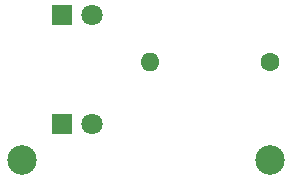
<source format=gbr>
%TF.GenerationSoftware,KiCad,Pcbnew,(6.0.1)*%
%TF.CreationDate,2022-01-29T14:42:52+08:00*%
%TF.ProjectId,practice,70726163-7469-4636-952e-6b696361645f,rev?*%
%TF.SameCoordinates,Original*%
%TF.FileFunction,Copper,L1,Top*%
%TF.FilePolarity,Positive*%
%FSLAX46Y46*%
G04 Gerber Fmt 4.6, Leading zero omitted, Abs format (unit mm)*
G04 Created by KiCad (PCBNEW (6.0.1)) date 2022-01-29 14:42:52*
%MOMM*%
%LPD*%
G01*
G04 APERTURE LIST*
%TA.AperFunction,ComponentPad*%
%ADD10C,1.600000*%
%TD*%
%TA.AperFunction,ComponentPad*%
%ADD11O,1.600000X1.600000*%
%TD*%
%TA.AperFunction,ComponentPad*%
%ADD12R,1.800000X1.800000*%
%TD*%
%TA.AperFunction,ComponentPad*%
%ADD13C,1.800000*%
%TD*%
%TA.AperFunction,ViaPad*%
%ADD14C,2.500000*%
%TD*%
%TA.AperFunction,Conductor*%
%ADD15C,0.250000*%
%TD*%
G04 APERTURE END LIST*
D10*
%TO.P,R1,1*%
%TO.N,GND*%
X160000000Y-78740000D03*
D11*
%TO.P,R1,2*%
%TO.N,Net-(D1-Pad2)*%
X149840000Y-78740000D03*
%TD*%
D12*
%TO.P,D2,1,K*%
%TO.N,VCC*%
X142410000Y-74730000D03*
D13*
%TO.P,D2,2,A*%
%TO.N,Net-(D2-Pad2)*%
X144950000Y-74730000D03*
%TD*%
D12*
%TO.P,D1,1,K*%
%TO.N,VCC*%
X142410000Y-83990000D03*
D13*
%TO.P,D1,2,A*%
%TO.N,Net-(D1-Pad2)*%
X144950000Y-83990000D03*
%TD*%
D14*
%TO.N,VCC*%
X139000000Y-87000000D03*
%TO.N,GND*%
X160000000Y-87000000D03*
%TD*%
D15*
%TO.N,VCC*%
X142580000Y-83820000D02*
X142410000Y-83990000D01*
%TD*%
M02*

</source>
